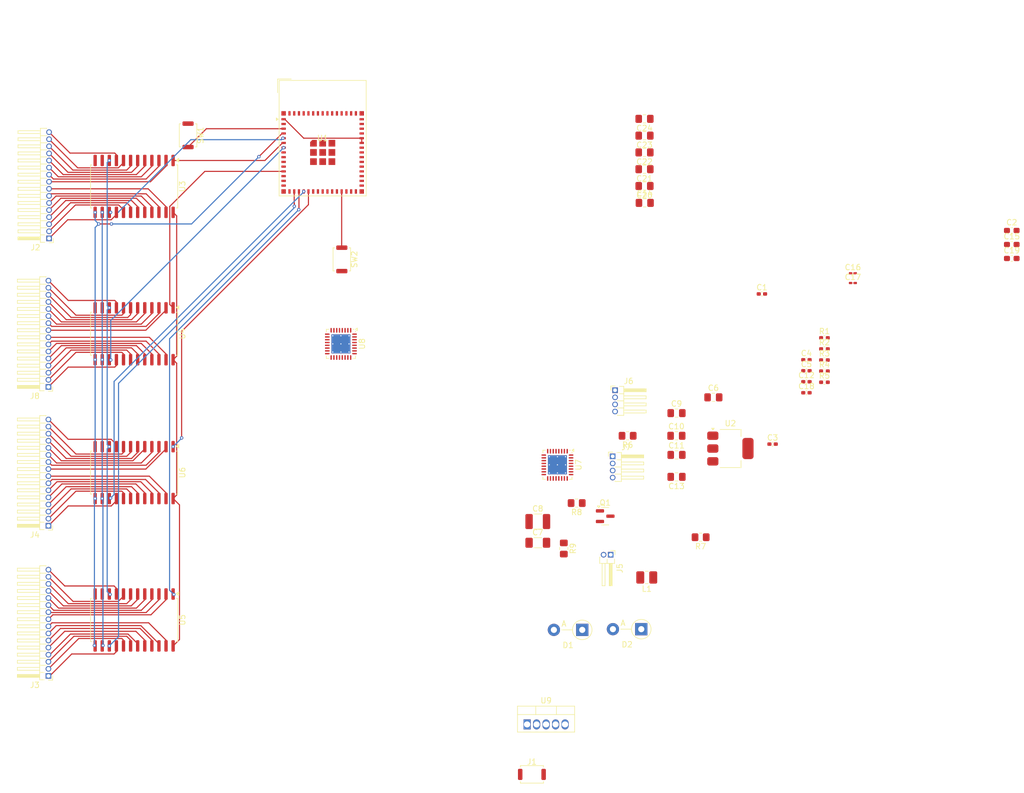
<source format=kicad_pcb>
(kicad_pcb (version 20240108) (generator "pcbnew") (generator_version "8.0")
  (layers (0 "F.Cu" signal) (31 "B.Cu" signal) (34 "B.Paste" user) (35 "F.Paste" user) (36 "B.SilkS" user "B.Silkscreen") (37 "F.SilkS" user "F.Silkscreen") (38 "B.Mask" user) (39 "F.Mask" user) (44 "Edge.Cuts" user))
  (net 0 "")
  (net 1 "Net-(U1-EN)")
  (net 2 "GND")
  (net 3 "+3.3V")
  (net 4 "+5V")
  (net 5 "Net-(U1-GPIO0)")
  (net 6 "VS_1")
  (net 7 "VCP_1")
  (net 8 "5VOUT_1")
  (net 9 "Net-(U7-CPO)")
  (net 10 "Net-(U7-CPI)")
  (net 11 "Net-(U8-CPI)")
  (net 12 "Net-(U8-CPO)")
  (net 13 "VCP_2")
  (net 14 "5VOUT_2")
  (net 15 "Net-(D1-K)")
  (net 16 "Net-(D2-A)")
  (net 17 "Net-(J2-Pin_6)")
  (net 18 "Net-(J2-Pin_3)")
  (net 19 "Net-(J2-Pin_1)")
  (net 20 "Net-(J2-Pin_13)")
  (net 21 "Net-(J2-Pin_12)")
  (net 22 "Net-(J2-Pin_5)")
  (net 23 "Net-(J2-Pin_2)")
  (net 24 "Net-(J2-Pin_16)")
  (net 25 "Net-(J2-Pin_7)")
  (net 26 "Net-(J2-Pin_11)")
  (net 27 "Net-(J2-Pin_9)")
  (net 28 "Net-(J2-Pin_8)")
  (net 29 "Net-(J2-Pin_14)")
  (net 30 "Net-(J2-Pin_15)")
  (net 31 "Net-(J2-Pin_4)")
  (net 32 "Net-(J2-Pin_10)")
  (net 33 "Net-(J3-Pin_13)")
  (net 34 "Net-(J3-Pin_9)")
  (net 35 "Net-(J3-Pin_7)")
  (net 36 "Net-(J3-Pin_6)")
  (net 37 "Net-(J3-Pin_10)")
  (net 38 "Net-(J3-Pin_14)")
  (net 39 "Net-(J3-Pin_8)")
  (net 40 "Net-(J3-Pin_12)")
  (net 41 "Net-(J3-Pin_11)")
  (net 42 "Net-(J3-Pin_15)")
  (net 43 "Net-(J3-Pin_3)")
  (net 44 "Net-(J3-Pin_5)")
  (net 45 "Net-(J3-Pin_16)")
  (net 46 "Net-(J3-Pin_2)")
  (net 47 "Net-(J3-Pin_1)")
  (net 48 "Net-(J3-Pin_4)")
  (net 49 "Net-(J4-Pin_7)")
  (net 50 "Net-(J4-Pin_12)")
  (net 51 "Net-(J4-Pin_6)")
  (net 52 "Net-(J4-Pin_1)")
  (net 53 "Net-(J4-Pin_16)")
  (net 54 "Net-(J4-Pin_10)")
  (net 55 "Net-(J4-Pin_3)")
  (net 56 "Net-(J4-Pin_14)")
  (net 57 "Net-(J4-Pin_2)")
  (net 58 "Net-(J4-Pin_8)")
  (net 59 "Net-(J4-Pin_9)")
  (net 60 "Net-(J4-Pin_15)")
  (net 61 "Net-(J4-Pin_13)")
  (net 62 "Net-(J4-Pin_11)")
  (net 63 "Net-(J4-Pin_5)")
  (net 64 "Net-(J4-Pin_4)")
  (net 65 "Motor2_1")
  (net 66 "Motor1_1")
  (net 67 "Motor3_1")
  (net 68 "Motor4_1")
  (net 69 "Motor2_2")
  (net 70 "Motor1_2")
  (net 71 "Motor3_2")
  (net 72 "Motor4_2")
  (net 73 "Net-(J8-Pin_13)")
  (net 74 "Net-(J8-Pin_2)")
  (net 75 "Net-(J8-Pin_3)")
  (net 76 "Net-(J8-Pin_8)")
  (net 77 "Net-(J8-Pin_6)")
  (net 78 "Net-(J8-Pin_15)")
  (net 79 "Net-(J8-Pin_5)")
  (net 80 "Net-(J8-Pin_10)")
  (net 81 "Net-(J8-Pin_11)")
  (net 82 "Net-(J8-Pin_7)")
  (net 83 "Net-(J8-Pin_9)")
  (net 84 "Net-(J8-Pin_14)")
  (net 85 "Net-(J8-Pin_12)")
  (net 86 "Net-(J8-Pin_16)")
  (net 87 "Net-(J8-Pin_4)")
  (net 88 "Net-(J8-Pin_1)")
  (net 89 "Net-(Q1-G)")
  (net 90 "Net-(J1-CC2)")
  (net 91 "Net-(J1-CC1)")
  (net 92 "MAGCT")
  (net 93 "Net-(U8-BRB)")
  (net 94 "Net-(U8-BRA)")
  (net 95 "Net-(U7-BRB)")
  (net 96 "Net-(U7-BRA)")
  (net 97 "DIR_1")
  (net 98 "COM0")
  (net 100 "UART_1")
  (net 102 "UART_2")
  (net 104 "ENN_1")
  (net 106 "EN3")
  (net 107 "bit3")
  (net 109 "bit2")
  (net 115 "bit1")
  (net 116 "COM3")
  (net 117 "STEP_2")
  (net 118 "EN1")
  (net 120 "bit0")
  (net 122 "COM2")
  (net 123 "DIR_2")
  (net 124 "EN2")
  (net 126 "ENN_2")
  (net 128 "EN0")
  (net 129 "STEP_1")
  (net 130 "COM1")
  (footprint "Capacitor_SMD:C_1206_3216Metric_Pad1.33x1.80mm_HandSolder" (layer "F.Cu") (at 137.347 144.653)
    (property "Reference" "C7")
    (property "Value" "100uF")
  )
  (footprint "Package_SO:SOIC-24W_7.5x15.4mm_P1.27mm" (layer "F.Cu") (at 65.024 107.188 -90)
    (property "Reference" "U4")
    (property "Value" "CD74HC4067M")
  )
  (footprint "Capacitor_SMD:C_0805_2012Metric_Pad1.18x1.45mm_HandSolder" (layer "F.Cu") (at 156.464 68.656 180)
    (property "Reference" "C24")
    (property "Value" "22uF")
  )
  (footprint "Connector_PinHeader_1.27mm:PinHeader_1x04_P1.27mm_Horizontal" (layer "F.Cu") (at 150.7585 129.164)
    (property "Reference" "J7")
    (property "Value" "Conn_01x04_Pin")
  )
  (footprint "Capacitor_SMD:C_0805_2012Metric_Pad1.18x1.45mm_HandSolder" (layer "F.Cu") (at 162.2005 128.905)
    (property "Reference" "C11")
    (property "Value" "22uF")
  )
  (footprint "Capacitor_SMD:C_0402_1005Metric_Pad0.74x0.62mm_HandSolder" (layer "F.Cu") (at 185.476 117.76)
    (property "Reference" "C18")
    (property "Value" "100nF")
  )
  (footprint "Capacitor_SMD:C_0603_1608Metric_Pad1.08x0.95mm_HandSolder" (layer "F.Cu") (at 222.2655 91.177)
    (property "Reference" "C15")
    (property "Value" "2.2uF")
  )
  (footprint "Connector_PinHeader_1.27mm:PinHeader_1x04_P1.27mm_Horizontal" (layer "F.Cu") (at 151.1925 117.315)
    (property "Reference" "J6")
    (property "Value" "Conn_01x04_Pin")
  )
  (footprint "Connector_PinHeader_1.27mm:PinHeader_1x02_P1.27mm_Horizontal" (layer "F.Cu") (at 150.4045 146.8 -90)
    (property "Reference" "J5")
    (property "Value" "Conn_01x02_Pin")
  )
  (footprint "Package_TO_SOT_SMD:SOT-23" (layer "F.Cu") (at 149.422 139.893)
    (property "Reference" "Q1")
    (property "Value" "DMN3404L")
  )
  (footprint "Capacitor_SMD:C_0402_1005Metric_Pad0.74x0.62mm_HandSolder" (layer "F.Cu") (at 179.413 126.971)
    (property "Reference" "C3")
    (property "Value" "100nF")
  )
  (footprint "Capacitor_SMD:C_0805_2012Metric_Pad1.18x1.45mm_HandSolder" (layer "F.Cu") (at 168.8045 118.589)
    (property "Reference" "C6")
    (property "Value" "10uF")
  )
  (footprint "Resistor_SMD:R_0402_1005Metric_Pad0.72x0.64mm_HandSolder" (layer "F.Cu") (at 188.706 113.89)
    (property "Reference" "R4")
    (property "Value" "50")
  )
  (footprint "Package_SO:SOIC-24W_7.5x15.4mm_P1.27mm" (layer "F.Cu") (at 65.024 158.496 -90)
    (property "Reference" "U5")
    (property "Value" "CD74HC4067M")
  )
  (footprint "Package_DFN_QFN:TQFN-32-1EP_5x5mm_P0.5mm_EP3.4x3.4mm_ThermalVias" (layer "F.Cu") (at 140.8645 130.683 -90)
    (property "Reference" "U7")
    (property "Value" "TMC2208-LA")
  )
  (footprint "Resistor_SMD:R_0805_2012Metric_Pad1.20x1.40mm_HandSolder" (layer "F.Cu") (at 153.4375 125.476 180)
    (property "Reference" "R6")
    (property "Value" ".1")
  )
  (footprint "Capacitor_SMD:C_0201_0603Metric_Pad0.64x0.40mm_HandSolder" (layer "F.Cu") (at 193.8005 98.085)
    (property "Reference" "C17")
    (property "Value" "22nF")
  )
  (footprint "Package_TO_SOT_SMD:SOT-223-3_TabPin2" (layer "F.Cu") (at 171.8525 127.762)
    (property "Reference" "U2")
    (property "Value" "LD1117S33TR_SOT223")
  )
  (footprint "Diode_THT:D_DO-41_SOD81_P5.08mm_Vertical_AnodeUp" (layer "F.Cu") (at 155.886683 160.147 180)
    (property "Reference" "D2")
    (property "Value" "1N5819")
  )
  (footprint "Capacitor_SMD:C_0805_2012Metric_Pad1.18x1.45mm_HandSolder" (layer "F.Cu") (at 156.464 74.676 180)
    (property "Reference" "C22")
    (property "Value" "22uF")
  )
  (footprint "Resistor_SMD:R_0402_1005Metric_Pad0.72x0.64mm_HandSolder" (layer "F.Cu") (at 188.706 109.91)
    (property "Reference" "R2")
    (property "Value" "10k")
  )
  (footprint "Resistor_SMD:R_0402_1005Metric_Pad0.72x0.64mm_HandSolder" (layer "F.Cu") (at 188.706 107.92)
    (property "Reference" "R1")
    (property "Value" "5.1 k")
  )
  (footprint "Button_Switch_SMD:SW_Push_SPST_NO_Alps_SKRK" (layer "F.Cu") (at 74.686 71.613 -90)
    (property "Reference" "SW1")
    (property "Value" "Reset")
  )
  (footprint "Connector_PinHeader_1.27mm:PinHeader_1x16_P1.27mm_Horizontal" (layer "F.Cu") (at 49.669 141.605 180)
    (property "Reference" "J4")
    (property "Value" "Conn_01x16_Pin")
  )
  (footprint "Capacitor_SMD:C_0402_1005Metric_Pad0.74x0.62mm_HandSolder" (layer "F.Cu") (at 185.476 113.82)
    (property "Reference" "C5")
    (property "Value" ".1uF")
  )
  (footprint "Package_SO:SOIC-24W_7.5x15.4mm_P1.27mm" (layer "F.Cu") (at 65.024 132.08 -90)
    (property "Reference" "U6")
    (property "Value" "CD74HC4067M")
  )
  (footprint "Resistor_SMD:R_0805_2012Metric_Pad1.20x1.40mm_HandSolder" (layer "F.Cu") (at 144.3095 137.541 180)
    (property "Reference" "R8")
    (property "Value" ".1")
  )
  (footprint "Button_Switch_SMD:SW_Push_SPST_NO_Alps_SKRK" (layer "F.Cu") (at 136.2925 186.182)
    (property "Reference" "J1")
    (property "Value" "USB_C_Receptacle_USB2.0")
  )
  (footprint "Connector_PinHeader_1.27mm:PinHeader_1x16_P1.27mm_Horizontal" (layer "F.Cu") (at 49.669 116.713 180)
    (property "Reference" "J8")
    (property "Value" "Conn_01x16_Pin")
  )
  (footprint "Capacitor_SMD:C_0805_2012Metric_Pad1.18x1.45mm_HandSolder" (layer "F.Cu") (at 162.2005 121.412)
    (property "Reference" "C9")
    (property "Value" "22uF")
  )
  (footprint "Connector_PinHeader_1.27mm:PinHeader_1x16_P1.27mm_Horizontal" (layer "F.Cu") (at 49.784 90.092 180)
    (property "Reference" "J2")
    (property "Value" "Conn_01x16_Pin")
  )
  (footprint "Package_TO_SOT_THT:TO-220-5_Vertical" (layer "F.Cu") (at 135.4325 177.221)
    (property "Reference" "U9")
    (property "Value" "LM2575-5.0BT")
  )
  (footprint "Resistor_SMD:R_0805_2012Metric_Pad1.20x1.40mm_HandSolder" (layer "F.Cu") (at 166.5185 143.666 180)
    (property "Reference" "R7")
    (property "Value" ".1")
  )
  (footprint "Connector_PinHeader_1.27mm:PinHeader_1x16_P1.27mm_Horizontal" (layer "F.Cu") (at 49.669 168.529 180)
    (property "Reference" "J3")
    (property "Value" "Conn_01x16_Pin")
  )
  (footprint "RF_Module:ESP32-S2-MINI-1" (layer "F.Cu") (at 98.806 72.126)
    (property "Reference" "U1")
    (property "Value" "ESP32-S2-SOLO")
  )
  (footprint "Capacitor_SMD:C_0402_1005Metric_Pad0.74x0.62mm_HandSolder" (layer "F.Cu") (at 177.5 100.047)
    (property "Reference" "C1")
    (property "Value" ".1uF")
  )
  (footprint "Capacitor_SMD:C_0402_1005Metric_Pad0.74x0.62mm_HandSolder" (layer "F.Cu") (at 185.476 111.85)
    (property "Reference" "C4")
    (property "Value" ".1uF")
  )
  (footprint "Capacitor_SMD:C_0201_0603Metric_Pad0.64x0.40mm_HandSolder" (layer "F.Cu") (at 193.8005 96.335)
    (property "Reference" "C16")
    (property "Value" "22nF")
  )
  (footprint "Capacitor_SMD:C_0603_1608Metric_Pad1.08x0.95mm_HandSolder" (layer "F.Cu") (at 222.2655 88.667)
    (property "Reference" "C2")
    (property "Value" "1uF")
  )
  (footprint "Capacitor_SMD:C_1210_3225Metric_Pad1.33x2.70mm_HandSolder" (layer "F.Cu") (at 137.347 140.853)
    (property "Reference" "C8")
    (property "Value" "330 uF")
  )
  (footprint "Capacitor_SMD:C_0805_2012Metric_Pad1.18x1.45mm_HandSolder" (layer "F.Cu") (at 156.464 71.666 180)
    (property "Reference" "C23")
    (property "Value" "22uF")
  )
  (footprint "Inductor_SMD:L_1008_2520Metric_Pad1.43x2.20mm_HandSolder" (layer "F.Cu") (at 156.8665 150.876 180)
    (property "Reference" "L1")
    (property "Value" "330uH")
  )
  (footprint "Diode_THT:D_DO-41_SOD81_P5.08mm_Vertical_AnodeUp" (layer "F.Cu") (at 145.3095 160.274 180)
    (property "Reference" "D1")
    (property "Value" "1N5819")
  )
  (footprint "Capacitor_SMD:C_0805_2012Metric_Pad1.18x1.45mm_HandSolder" (layer "F.Cu") (at 156.507 83.722)
    (property "Reference" "C14")
    (property "Value" "22uF")
  )
  (footprint "Capacitor_SMD:C_0805_2012Metric_Pad1.18x1.45mm_HandSolder" (layer "F.Cu") (at 162.179 125.476)
    (property "Reference" "C10")
    (property "Value" "22uF")
  )
  (footprint "Resistor_SMD:R_0402_1005Metric_Pad0.72x0.64mm_HandSolder" (layer "F.Cu") (at 188.706 115.88)
    (property "Reference" "R5")
    (property "Value" "10k")
  )
  (footprint "Capacitor_SMD:C_0805_2012Metric_Pad1.18x1.45mm_HandSolder" (layer "F.Cu") (at 156.464 80.696 180)
    (property "Reference" "C20")
    (property "Value" "22uF")
  )
  (footprint "Package_SO:SOIC-24W_7.5x15.4mm_P1.27mm" (layer "F.Cu") (at 65.024 80.772 -90)
    (property "Reference" "U3")
    (property "Value" "CD74HC4067M")
  )
  (footprint "Resistor_SMD:R_0805_2012Metric_Pad1.20x1.40mm_HandSolder" (layer "F.Cu") (at 142.0075 145.685 -90)
    (property "Reference" "R9")
    (property "Value" ".1")
  )
  (footprint "Package_DFN_QFN:TQFN-32-1EP_5x5mm_P0.5mm_EP3.4x3.4mm_ThermalVias" (layer "F.Cu") (at 102.069 109.005 -90)
    (property "Reference" "U8")
    (property "Value" "TMC2208-LA")
  )
  (footprint "Button_Switch_SMD:SW_Push_SPST_NO_Alps_SKRK" (layer "F.Cu") (at 102.235 93.853 -90)
    (property "Reference" "SW2")
    (property "Value" "Boot")
  )
  (footprint "Capacitor_SMD:C_0603_1608Metric_Pad1.08x0.95mm_HandSolder" (layer "F.Cu") (at 222.2655 93.687)
    (property "Reference" "C19")
    (property "Value" "2.2uF")
  )
  (footprint "Capacitor_SMD:C_0805_2012Metric_Pad1.18x1.45mm_HandSolder" (layer "F.Cu") (at 156.464 77.686 180)
    (property "Reference" "C21")
    (property "Value" "22uF")
  )
  (footprint "Capacitor_SMD:C_0805_2012Metric_Pad1.18x1.45mm_HandSolder" (layer "F.Cu") (at 162.2005 132.842 180)
    (property "Reference" "C13")
    (property "Value" "22uF")
  )
  (footprint "Capacitor_SMD:C_0402_1005Metric_Pad0.74x0.62mm_HandSolder" (layer "F.Cu") (at 185.476 115.79)
    (property "Reference" "C12")
    (property "Value" "100nF")
  )
  (footprint "Resistor_SMD:R_0402_1005Metric_Pad0.72x0.64mm_HandSolder" (layer "F.Cu") (at 188.706 111.9)
    (property "Reference" "R3")
    (property "Value" "5.1 k")
  )
  (segment (start 74.686 73.713) (end 77.973 70.426) (width 0.2) (layer "F.Cu") (net 1))
  (segment (start 77.973 70.426) (end 91.806 70.426) (width 0.2) (layer "F.Cu") (net 1))
  (segment (start 91.806 68.726) (end 92.006 68.726) (width 0.2) (layer "F.Cu") (net 2))
  (segment (start 92.006 68.726) (end 95.406 72.126) (width 0.2) (layer "F.Cu") (net 2))
  (segment (start 105.806 72.976) (end 105.806 72.126) (width 0.2) (layer "F.Cu") (net 2))
  (segment (start 95.406 72.126) (end 105.806 72.126) (width 0.2) (layer "F.Cu") (net 2))
  (segment (start 73.152 137.873) (end 72.009 136.73) (width 0.2) (layer "F.Cu") (net 4))
  (segment (start 72.009 136.73) (end 72.644 136.095) (width 0.2) (layer "F.Cu") (net 4))
  (segment (start 72.644 86.057) (end 72.009 85.422) (width 0.2) (layer "F.Cu") (net 4))
  (segment (start 72.644 112.473) (end 72.009 111.838) (width 0.2) (layer "F.Cu") (net 4))
  (segment (start 72.009 111.838) (end 72.644 111.203) (width 0.2) (layer "F.Cu") (net 4))
  (segment (start 72.644 111.203) (end 72.644 86.057) (width 0.2) (layer "F.Cu") (net 4))
  (segment (start 73.152 162.003) (end 73.152 137.873) (width 0.2) (layer "F.Cu") (net 4))
  (segment (start 72.644 136.095) (end 72.644 112.473) (width 0.2) (layer "F.Cu") (net 4))
  (segment (start 72.009 163.146) (end 73.152 162.003) (width 0.2) (layer "F.Cu") (net 4))
  (segment (start 102.206 91.724) (end 102.235 91.753) (width 0.2) (layer "F.Cu") (net 5))
  (segment (start 102.206 81.676) (end 102.206 91.724) (width 0.2) (layer "F.Cu") (net 5))
  (segment (start 66.298999 82.497) (end 68.199 84.397001) (width 0.2) (layer "F.Cu") (net 17))
  (segment (start 51.029 82.497) (end 66.298999 82.497) (width 0.2) (layer "F.Cu") (net 17))
  (segment (start 49.784 83.742) (end 51.029 82.497) (width 0.2) (layer "F.Cu") (net 17))
  (segment (start 68.199 84.397001) (end 68.199 85.422) (width 0.2) (layer "F.Cu") (net 17))
  (segment (start 49.784 87.552) (end 53.639 83.697) (width 0.2) (layer "F.Cu") (net 18))
  (segment (start 63.688999 83.697) (end 64.389 84.397001) (width 0.2) (layer "F.Cu") (net 18))
  (segment (start 64.389 84.397001) (end 64.389 85.422) (width 0.2) (layer "F.Cu") (net 18))
  (segment (start 53.639 83.697) (end 63.688999 83.697) (width 0.2) (layer "F.Cu") (net 18))
  (segment (start 49.784 90.092) (end 53.129 86.747) (width 0.2) (layer "F.Cu") (net 19))
  (segment (start 60.919552 86.747) (end 61.849 85.817552) (width 0.2) (layer "F.Cu") (net 19))
  (segment (start 53.129 86.747) (end 60.919552 86.747) (width 0.2) (layer "F.Cu") (net 19))
  (segment (start 61.849 85.817552) (end 61.849 85.422) (width 0.2) (layer "F.Cu") (net 19))
  (segment (start 64.558999 78.247) (end 65.659 77.146999) (width 0.2) (layer "F.Cu") (net 20))
  (segment (start 65.659 77.146999) (end 65.659 76.122) (width 0.2) (layer "F.Cu") (net 20))
  (segment (start 49.784 74.852) (end 53.179 78.247) (width 0.2) (layer "F.Cu") (net 20))
  (segment (start 53.179 78.247) (end 64.558999 78.247) (width 0.2) (layer "F.Cu") (net 20))
  (segment (start 49.784 76.122) (end 52.309 78.647) (width 0.2) (layer "F.Cu") (net 21))
  (segment (start 65.428999 78.647) (end 66.929 77.146999) (width 0.2) (layer "F.Cu") (net 21))
  (segment (start 52.309 78.647) (end 65.428999 78.647) (width 0.2) (layer "F.Cu") (net 21))
  (segment (start 66.929 77.146999) (end 66.929 76.122) (width 0.2) (layer "F.Cu") (net 21))
  (segment (start 65.428999 82.897) (end 66.929 84.397001) (width 0.2) (layer "F.Cu") (net 22))
  (segment (start 51.899 82.897) (end 65.428999 82.897) (width 0.2) (layer "F.Cu") (net 22))
  (segment (start 49.784 85.012) (end 51.899 82.897) (width 0.2) (layer "F.Cu") (net 22))
  (segment (start 66.929 84.397001) (end 66.929 85.422) (width 0.2) (layer "F.Cu") (net 22))
  (segment (start 49.784 88.822) (end 54.509 84.097) (width 0.2) (layer "F.Cu") (net 23))
  (segment (start 62.253 84.097) (end 63.119 84.963) (width 0.2) (layer "F.Cu") (net 23))
  (segment (start 54.509 84.097) (end 62.253 84.097) (width 0.2) (layer "F.Cu") (net 23))
  (segment (start 63.119 84.963) (end 63.119 85.422) (width 0.2) (layer "F.Cu") (net 23))
  (segment (start 49.784 71.042) (end 53.539 74.797) (width 0.2) (layer "F.Cu") (net 24))
  (segment (start 61.849 75.097001) (end 61.849 76.122) (width 0.2) (layer "F.Cu") (net 24))
  (segment (start 61.548999 74.797) (end 61.849 75.097001) (width 0.2) (layer "F.Cu") (net 24))
  (segment (start 53.539 74.797) (end 61.548999 74.797) (width 0.2) (layer "F.Cu") (net 24))
  (segment (start 49.784 82.472) (end 50.159 82.097) (width 0.2) (layer "F.Cu") (net 25))
  (segment (start 67.168999 82.097) (end 69.469 84.397001) (width 0.2) (layer "F.Cu") (net 25))
  (segment (start 50.159 82.097) (end 67.168999 82.097) (width 0.2) (layer "F.Cu") (net 25))
  (segment (start 69.469 84.397001) (end 69.469 85.422) (width 0.2) (layer "F.Cu") (net 25))
  (segment (start 51.439 79.047) (end 66.298999 79.047) (width 0.2) (layer "F.Cu") (net 26))
  (segment (start 68.199 77.146999) (end 68.199 76.122) (width 0.2) (layer "F.Cu") (net 26))
  (segment (start 66.298999 79.047) (end 68.199 77.146999) (width 0.2) (layer "F.Cu") (net 26))
  (segment (start 49.784 77.392) (end 51.439 79.047) (width 0.2) (layer "F.Cu") (net 26))
  (segment (start 70.739 77.146999) (end 70.739 76.122) (width 0.2) (layer "F.Cu") (net 27))
  (segment (start 49.784 79.932) (end 67.953999 79.932) (width 0.2) (layer "F.Cu") (net 27))
  (segment (start 67.953999 79.932) (end 70.739 77.146999) (width 0.2) (layer "F.Cu") (net 27))
  (segment (start 67.543999 81.202) (end 70.739 84.397001) (width 0.2) (layer "F.Cu") (net 28))
  (segment (start 70.739 84.397001) (end 70.739 85.422) (width 0.2) (layer "F.Cu") (net 28))
  (segment (start 49.784 81.202) (end 67.543999 81.202) (width 0.2) (layer "F.Cu") (net 28))
  (segment (start 54.049 77.847) (end 63.688999 77.847) (width 0.2) (layer "F.Cu") (net 29))
  (segment (start 64.389 77.146999) (end 64.389 76.122) (width 0.2) (layer "F.Cu") (net 29))
  (segment (start 49.784 73.582) (end 54.049 77.847) (width 0.2) (layer "F.Cu") (net 29))
  (segment (start 63.688999 77.847) (end 64.389 77.146999) (width 0.2) (layer "F.Cu") (net 29))
  (segment (start 54.919 77.447) (end 62.189552 77.447) (width 0.2) (layer "F.Cu") (net 30))
  (segment (start 62.189552 77.447) (end 63.119 76.517552) (width 0.2) (layer "F.Cu") (net 30))
  (segment (start 49.784 72.312) (end 54.919 77.447) (width 0.2) (layer "F.Cu") (net 30))
  (segment (start 63.119 76.517552) (end 63.119 76.122) (width 0.2) (layer "F.Cu") (net 30))
  (segment (start 65.659 84.397001) (end 65.659 85.422) (width 0.2) (layer "F.Cu") (net 31))
  (segment (start 52.769 83.297) (end 64.558999 83.297) (width 0.2) (layer "F.Cu") (net 31))
  (segment (start 49.784 86.282) (end 52.769 83.297) (width 0.2) (layer "F.Cu") (net 31))
  (segment (start 64.558999 83.297) (end 65.659 84.397001) (width 0.2) (layer "F.Cu") (net 31))
  (segment (start 50.569 79.447) (end 67.168999 79.447) (width 0.2) (layer "F.Cu") (net 32))
  (segment (start 67.168999 79.447) (end 69.469 77.146999) (width 0.2) (layer "F.Cu") (net 32))
  (segment (start 49.784 78.662) (end 50.569 79.447) (width 0.2) (layer "F.Cu") (net 32))
  (segment (start 69.469 77.146999) (end 69.469 76.122) (width 0.2) (layer "F.Cu") (net 32))
  (segment (start 65.659 154.813) (end 65.659 153.846) (width 0.2) (layer "F.Cu") (net 33))
  (segment (start 64.501 155.971) (end 65.659 154.813) (width 0.2) (layer "F.Cu") (net 33))
  (segment (start 49.669 153.289) (end 52.351 155.971) (width 0.2) (layer "F.Cu") (net 33))
  (segment (start 52.351 155.971) (end 64.501 155.971) (width 0.2) (layer "F.Cu") (net 33))
  (segment (start 70.739 154.870999) (end 70.739 153.846) (width 0.2) (layer "F.Cu") (net 34))
  (segment (start 50.467 157.571) (end 68.038999 157.571) (width 0.2) (layer "F.Cu") (net 34))
  (segment (start 68.038999 157.571) (end 70.739 154.870999) (width 0.2) (layer "F.Cu") (net 34))
  (segment (start 49.669 158.369) (end 50.467 157.571) (width 0.2) (layer "F.Cu") (net 34))
  (segment (start 49.669 160.909) (end 51.066 159.512) (width 0.2) (layer "F.Cu") (net 35))
  (segment (start 51.066 159.512) (end 66.230552 159.512) (width 0.2) (layer "F.Cu") (net 35))
  (segment (start 66.230552 159.512) (end 69.469 162.750448) (width 0.2) (layer "F.Cu") (net 35))
  (segment (start 69.469 162.750448) (end 69.469 163.146) (width 0.2) (layer "F.Cu") (net 35))
  (segment (start 49.669 162.179) (end 51.828 160.02) (width 0.2) (layer "F.Cu") (net 36))
  (segment (start 66.097999 160.02) (end 68.199 162.121001) (width 0.2) (layer "F.Cu") (net 36))
  (segment (start 51.828 160.02) (end 66.097999 160.02) (width 0.2) (layer "F.Cu") (net 36))
  (segment (start 68.199 162.121001) (end 68.199 163.146) (width 0.2) (layer "F.Cu") (net 36))
  (segment (start 69.469 154.870999) (end 69.469 153.846) (width 0.2) (layer "F.Cu") (net 37))
  (segment (start 67.168999 157.171) (end 69.469 154.870999) (width 0.2) (layer "F.Cu") (net 37))
  (segment (start 49.669 157.099) (end 49.741 157.171) (width 0.2) (layer "F.Cu") (net 37))
  (segment (start 49.741 157.171) (end 67.168999 157.171) (width 0.2) (layer "F.Cu") (net 37))
  (segment (start 63.688999 155.571) (end 53.221 155.571) (width 0.2) (layer "F.Cu") (net 38))
  (segment (start 64.389 154.870999) (end 63.688999 155.571) (width 0.2) (layer "F.Cu") (net 38))
  (segment (start 53.221 155.571) (end 49.669 152.019) (width 0.2) (layer "F.Cu") (net 38))
  (segment (start 64.389 153.846) (end 64.389 154.870999) (width 0.2) (layer "F.Cu") (net 38))
  (segment (start 49.669 159.639) (end 50.304 159.004) (width 0.2) (layer "F.Cu") (net 39))
  (segment (start 67.621999 159.004) (end 70.739 162.121001) (width 0.2) (layer "F.Cu") (net 39))
  (segment (start 70.739 162.121001) (end 70.739 163.146) (width 0.2) (layer "F.Cu") (net 39))
  (segment (start 50.304 159.004) (end 67.621999 159.004) (width 0.2) (layer "F.Cu") (net 39))
  (segment (start 49.669 154.559) (end 51.481 156.371) (width 0.2) (layer "F.Cu") (net 40))
  (segment (start 66.929 154.870999) (end 66.929 153.846) (width 0.2) (layer "F.Cu") (net 40))
  (segment (start 65.428999 156.371) (end 66.929 154.870999) (width 0.2) (layer "F.Cu") (net 40))
  (segment (start 51.481 156.371) (end 65.428999 156.371) (width 0.2) (layer "F.Cu") (net 40))
  (segment (start 49.669 155.829) (end 50.611 156.771) (width 0.2) (layer "F.Cu") (net 41))
  (segment (start 66.298999 156.771) (end 68.199 154.870999) (width 0.2) (layer "F.Cu") (net 41))
  (segment (start 50.611 156.771) (end 66.298999 156.771) (width 0.2) (layer "F.Cu") (net 41))
  (segment (start 68.199 154.870999) (end 68.199 153.846) (width 0.2) (layer "F.Cu") (net 41))
  (segment (start 63.119 154.241552) (end 62.189552 155.171) (width 0.2) (layer "F.Cu") (net 42))
  (segment (start 54.091 155.171) (end 49.669 150.749) (width 0.2) (layer "F.Cu") (net 42))
  (segment (start 63.119 153.846) (end 63.119 154.241552) (width 0.2) (layer "F.Cu") (net 42))
  (segment (start 62.189552 155.171) (end 54.091 155.171) (width 0.2) (layer "F.Cu") (net 42))
  (segment (start 63.688999 161.421) (end 64.389 162.121001) (width 0.2) (layer "F.Cu") (net 43))
  (segment (start 64.389 162.121001) (end 64.389 163.146) (width 0.2) (layer "F.Cu") (net 43))
  (segment (start 54.237 161.421) (end 63.688999 161.421) (width 0.2) (layer "F.Cu") (net 43))
  (segment (start 49.669 165.989) (end 54.237 161.421) (width 0.2) (layer "F.Cu") (net 43))
  (segment (start 66.929 162.121001) (end 66.929 163.146) (width 0.2) (layer "F.Cu") (net 44))
  (segment (start 52.59 160.528) (end 65.335999 160.528) (width 0.2) (layer "F.Cu") (net 44))
  (segment (start 49.669 163.449) (end 52.59 160.528) (width 0.2) (layer "F.Cu") (net 44))
  (segment (start 65.335999 160.528) (end 66.929 162.121001) (width 0.2) (layer "F.Cu") (net 44))
  (segment (start 61.849 153.846) (end 61.849 152.821001) (width 0.2) (layer "F.Cu") (net 45))
  (segment (start 61.849 152.821001) (end 61.427999 152.4) (width 0.2) (layer "F.Cu") (net 45))
  (segment (start 52.59 152.4) (end 49.669 149.479) (width 0.2) (layer "F.Cu") (net 45))
  (segment (start 61.427999 152.4) (end 52.59 152.4) (width 0.2) (layer "F.Cu") (net 45))
  (segment (start 62.818999 161.821) (end 63.119 162.121001) (width 0.2) (layer "F.Cu") (net 46))
  (segment (start 55.107 161.821) (end 62.818999 161.821) (width 0.2) (layer "F.Cu") (net 46))
  (segment (start 63.119 162.121001) (end 63.119 163.146) (width 0.2) (layer "F.Cu") (net 46))
  (segment (start 49.669 167.259) (end 55.107 161.821) (width 0.2) (layer "F.Cu") (net 46))
  (segment (start 61.849 164.170999) (end 61.849 163.146) (width 0.2) (layer "F.Cu") (net 47))
  (segment (start 53.848 164.592) (end 61.427999 164.592) (width 0.2) (layer "F.Cu") (net 47))
  (segment (start 49.911 168.529) (end 53.848 164.592) (width 0.2) (layer "F.Cu") (net 47))
  (segment (start 49.669 168.529) (end 49.911 168.529) (width 0.2) (layer "F.Cu") (net 47))
  (segment (start 61.427999 164.592) (end 61.849 164.170999) (width 0.2) (layer "F.Cu") (net 47))
  (segment (start 49.669 164.719) (end 49.917 164.719) (width 0.2) (layer "F.Cu") (net 48))
  (segment (start 65.659 162.750448) (end 65.659 163.146) (width 0.2) (layer "F.Cu") (net 48))
  (segment (start 53.615 161.021) (end 63.929552 161.021) (width 0.2) (layer "F.Cu") (net 48))
  (segment (start 63.929552 161.021) (end 65.659 162.750448) (width 0.2) (layer "F.Cu") (net 48))
  (segment (start 49.917 164.719) (end 53.615 161.021) (width 0.2) (layer "F.Cu") (net 48))
  (segment (start 50.342 133.312) (end 67.075999 133.312) (width 0.2) (layer "F.Cu") (net 49))
  (segment (start 69.469 135.705001) (end 69.469 136.73) (width 0.2) (layer "F.Cu") (net 49))
  (segment (start 49.669 133.985) (end 50.342 133.312) (width 0.2) (layer "F.Cu") (net 49))
  (segment (start 67.075999 133.312) (end 69.469 135.705001) (width 0.2) (layer "F.Cu") (net 49))
  (segment (start 49.669 127.635) (end 51.989 129.955) (width 0.2) (layer "F.Cu") (net 50))
  (segment (start 64.799552 129.955) (end 66.929 127.825552) (width 0.2) (layer "F.Cu") (net 50))
  (segment (start 51.989 129.955) (end 64.799552 129.955) (width 0.2) (layer "F.Cu") (net 50))
  (segment (start 66.929 127.825552) (end 66.929 127.43) (width 0.2) (layer "F.Cu") (net 50))
  (segment (start 68.199 135.705001) (end 68.199 136.73) (width 0.2) (layer "F.Cu") (net 51))
  (segment (start 49.669 135.255) (end 51.212 133.712) (width 0.2) (layer "F.Cu") (net 51))
  (segment (start 66.205999 133.712) (end 68.199 135.705001) (width 0.2) (layer "F.Cu") (net 51))
  (segment (start 51.212 133.712) (end 66.205999 133.712) (width 0.2) (layer "F.Cu") (net 51))
  (segment (start 53.219 138.055) (end 60.919552 138.055) (width 0.2) (layer "F.Cu") (net 52))
  (segment (start 49.669 141.605) (end 53.219 138.055) (width 0.2) (layer "F.Cu") (net 52))
  (segment (start 60.919552 138.055) (end 61.849 137.125552) (width 0.2) (layer "F.Cu") (net 52))
  (segment (start 61.849 137.125552) (end 61.849 136.73) (width 0.2) (layer "F.Cu") (net 52))
  (segment (start 60.919552 126.105) (end 61.849 127.034448) (width 0.2) (layer "F.Cu") (net 53))
  (segment (start 49.669 122.555) (end 53.219 126.105) (width 0.2) (layer "F.Cu") (net 53))
  (segment (start 53.219 126.105) (end 60.919552 126.105) (width 0.2) (layer "F.Cu") (net 53))
  (segment (start 61.849 127.034448) (end 61.849 127.43) (width 0.2) (layer "F.Cu") (net 53))
  (segment (start 67.168999 130.755) (end 69.469 128.454999) (width 0.2) (layer "F.Cu") (net 54))
  (segment (start 50.249 130.755) (end 67.168999 130.755) (width 0.2) (layer "F.Cu") (net 54))
  (segment (start 69.469 128.454999) (end 69.469 127.43) (width 0.2) (layer "F.Cu") (net 54))
  (segment (start 49.669 130.175) (end 50.249 130.755) (width 0.2) (layer "F.Cu") (net 54))
  (segment (start 64.389 135.705001) (end 64.389 136.73) (width 0.2) (layer "F.Cu") (net 55))
  (segment (start 63.688999 135.005) (end 64.389 135.705001) (width 0.2) (layer "F.Cu") (net 55))
  (segment (start 49.669 139.065) (end 53.729 135.005) (width 0.2) (layer "F.Cu") (net 55))
  (segment (start 53.729 135.005) (end 63.688999 135.005) (width 0.2) (layer "F.Cu") (net 55))
  (segment (start 64.389 128.454999) (end 64.389 127.43) (width 0.2) (layer "F.Cu") (net 56))
  (segment (start 63.688999 129.155) (end 64.389 128.454999) (width 0.2) (layer "F.Cu") (net 56))
  (segment (start 53.729 129.155) (end 63.688999 129.155) (width 0.2) (layer "F.Cu") (net 56))
  (segment (start 49.669 125.095) (end 53.729 129.155) (width 0.2) (layer "F.Cu") (net 56))
  (segment (start 63.119 135.705001) (end 63.119 136.73) (width 0.2) (layer "F.Cu") (net 57))
  (segment (start 49.669 140.335) (end 54.599 135.405) (width 0.2) (layer "F.Cu") (net 57))
  (segment (start 54.599 135.405) (end 62.818999 135.405) (width 0.2) (layer "F.Cu") (net 57))
  (segment (start 62.818999 135.405) (end 63.119 135.705001) (width 0.2) (layer "F.Cu") (net 57))
  (segment (start 70.739 135.705001) (end 70.739 136.73) (width 0.2) (layer "F.Cu") (net 58))
  (segment (start 67.748999 132.715) (end 70.739 135.705001) (width 0.2) (layer "F.Cu") (net 58))
  (segment (start 49.669 132.715) (end 67.748999 132.715) (width 0.2) (layer "F.Cu") (net 58))
  (segment (start 49.669 131.445) (end 67.119552 131.445) (width 0.2) (layer "F.Cu") (net 59))
  (segment (start 67.119552 131.445) (end 70.739 127.825552) (width 0.2) (layer "F.Cu") (net 59))
  (segment (start 70.739 127.825552) (end 70.739 127.43) (width 0.2) (layer "F.Cu") (net 59))
  (segment (start 54.599 128.755) (end 62.818999 128.755) (width 0.2) (layer "F.Cu") (net 60))
  (segment (start 63.119 128.454999) (end 63.119 127.43) (width 0.2) (layer "F.Cu") (net 60))
  (segment (start 62.818999 128.755) (end 63.119 128.454999) (width 0.2) (layer "F.Cu") (net 60))
  (segment (start 49.669 123.825) (end 54.599 128.755) (width 0.2) (layer "F.Cu") (net 60))
  (segment (start 49.669 126.365) (end 52.859 129.555) (width 0.2) (layer "F.Cu") (net 61))
  (segment (start 65.659 128.454999) (end 65.659 127.43) (width 0.2) (layer "F.Cu") (net 61))
  (segment (start 64.558999 129.555) (end 65.659 128.454999) (width 0.2) (layer "F.Cu") (net 61))
  (segment (start 52.859 129.555) (end 64.558999 129.555) (width 0.2) (layer "F.Cu") (net 61))
  (segment (start 68.199 128.454999) (end 68.199 127.43) (width 0.2) (layer "F.Cu") (net 62))
  (segment (start 66.298999 130.355) (end 68.199 128.454999) (width 0.2) (layer "F.Cu") (net 62))
  (segment (start 49.669 128.905) (end 51.119 130.355) (width 0.2) (layer "F.Cu") (net 62))
  (segment (start 51.119 130.355) (end 66.298999 130.355) (width 0.2) (layer "F.Cu") (net 62))
  (segment (start 66.929 135.705001) (end 66.929 136.73) (width 0.2) (layer "F.Cu") (net 63))
  (segment (start 49.669 136.525) (end 52.082 134.112) (width 0.2) (layer "F.Cu") (net 63))
  (segment (start 65.335999 134.112) (end 66.929 135.705001) (width 0.2) (layer "F.Cu") (net 63))
  (segment (start 52.082 134.112) (end 65.335999 134.112) (width 0.2) (layer "F.Cu") (net 63))
  (segment (start 49.669 137.795) (end 52.859 134.605) (width 0.2) (layer "F.Cu") (net 64))
  (segment (start 65.659 135.705001) (end 65.659 136.73) (width 0.2) (layer "F.Cu") (net 64))
  (segment (start 64.558999 134.605) (end 65.659 135.705001) (width 0.2) (layer "F.Cu") (net 64))
  (segment (start 52.859 134.605) (end 64.558999 134.605) (width 0.2) (layer "F.Cu") (net 64))
  (segment (start 64.558999 104.663) (end 65.659 103.562999) (width 0.2) (layer "F.Cu") (net 73))
  (segment (start 52.859 104.663) (end 64.558999 104.663) (width 0.2) (layer "F.Cu") (net 73))
  (segment (start 49.669 101.473) (end 52.859 104.663) (width 0.2) (layer "F.Cu") (net 73))
  (segment (start 65.659 103.562999) (end 65.659 102.538) (width 0.2) (layer "F.Cu") (net 73))
  (segment (start 62.818999 110.513) (end 63.119 110.813001) (width 0.2) (layer "F.Cu") (net 74))
  (segment (start 63.119 110.813001) (end 63.119 111.838) (width 0.2) (layer "F.Cu") (net 74))
  (segment (start 54.599 110.513) (end 62.818999 110.513) (width 0.2) (layer "F.Cu") (net 74))
  (segment (start 49.669 115.443) (end 54.599 110.513) (width 0.2) (layer "F.Cu") (net 74))
  (segment (start 63.688999 110.113) (end 64.389 110.813001) (width 0.2) (layer "F.Cu") (net 75))
  (segment (start 49.669 114.173) (end 53.729 110.113) (width 0.2) (layer "F.Cu") (net 75))
  (segment (start 53.729 110.113) (end 63.688999 110.113) (width 0.2) (layer "F.Cu") (net 75))
  (segment (start 64.389 110.813001) (end 64.389 111.838) (width 0.2) (layer "F.Cu") (net 75))
  (segment (start 49.669 107.823) (end 67.748999 107.823) (width 0.2) (layer "F.Cu") (net 76))
  (segment (start 70.739 110.813001) (end 70.739 111.838) (width 0.2) (layer "F.Cu") (net 76))
  (segment (start 67.748999 107.823) (end 70.739 110.813001) (width 0.2) (layer "F.Cu") (net 76))
  (segment (start 66.298999 108.913) (end 68.199 110.813001) (width 0.2) (layer "F.Cu") (net 77))
  (segment (start 51.119 108.913) (end 66.298999 108.913) (width 0.2) (layer "F.Cu") (net 77))
  (segment (start 68.199 110.813001) (end 68.199 111.838) (width 0.2) (layer "F.Cu") (net 77))
  (segment (start 49.669 110.363) (end 51.119 108.913) (width 0.2) (layer "F.Cu") (net 77))
  (segment (start 54.599 103.863) (end 62.818999 103.863) (width 0.2) (layer "F.Cu") (net 78))
  (segment (start 63.119 103.562999) (end 63.119 102.538) (width 0.2) (layer "F.Cu") (net 78))
  (segment (start 49.669 98.933) (end 54.599 103.863) (width 0.2) (layer "F.Cu") (net 78))
  (segment (start 62.818999 103.863) (end 63.119 103.562999) (width 0.2) (layer "F.Cu") (net 78))
  (segment (start 49.669 111.633) (end 51.989 109.313) (width 0.2) (layer "F.Cu") (net 79))
  (segment (start 51.989 109.313) (end 65.428999 109.313) (width 0.2) (layer "F.Cu") (net 79))
  (segment (start 65.428999 109.313) (end 66.929 110.813001) (width 0.2) (layer "F.Cu") (net 79))
  (segment (start 66.929 110.813001) (end 66.929 111.838) (width 0.2) (layer "F.Cu") (net 79))
  (segment (start 67.168999 105.863) (end 69.469 103.562999) (width 0.2) (layer "F.Cu") (net 80))
  (segment (start 69.469 103.562999) (end 69.469 102.538) (width 0.2) (layer "F.Cu") (net 80))
  (segment (start 50.249 105.863) (end 67.168999 105.863) (width 0.2) (layer "F.Cu") (net 80))
  (segment (start 49.669 105.283) (end 50.249 105.863) (width 0.2) (layer "F.Cu") (net 80))
  (segment (start 49.669 104.013) (end 51.119 105.463) (width 0.2) (layer "F.Cu") (net 81))
  (segment (start 51.119 105.463) (end 66.298999 105.463) (width 0.2) (layer "F.Cu") (net 81))
  (segment (start 68.199 103.562999) (end 68.199 102.538) (width 0.2) (layer "F.Cu") (net 81))
  (segment (start 66.298999 105.463) (end 68.199 103.562999) (width 0.2) (layer "F.Cu") (net 81))
  (segment (start 69.469 110.813001) (end 69.469 111.838) (width 0.2) (layer "F.Cu") (net 82))
  (segment (start 50.249 108.513) (end 67.168999 108.513) (width 0.2) (layer "F.Cu") (net 82))
  (segment (start 49.669 109.093) (end 50.249 108.513) (width 0.2) (layer "F.Cu") (net 82))
  (segment (start 67.168999 108.513) (end 69.469 110.813001) (width 0.2) (layer "F.Cu") (net 82))
  (segment (start 70.739 102.933552) (end 70.739 102.538) (width 0.2) (layer "F.Cu") (net 83))
  (segment (start 67.119552 106.553) (end 70.739 102.933552) (width 0.2) (layer "F.Cu") (net 83))
  (segment (start 49.669 106.553) (end 67.119552 106.553) (width 0.2) (layer "F.Cu") (net 83))
  (segment (start 53.729 104.263) (end 63.885 104.263) (width 0.2) (layer "F.Cu") (net 84))
  (segment (start 49.669 100.203) (end 53.729 104.263) (width 0.2) (layer "F.Cu") (net 84))
  (segment (start 63.885 104.263) (end 64.389 103.759) (width 0.2) (layer "F.Cu") (net 84))
  (segment (start 64.389 103.759) (end 64.389 102.538) (width 0.2) (layer "F.Cu") (net 84))
  (segment (start 65.428999 105.063) (end 66.929 103.562999) (width 0.2) (layer "F.Cu") (net 85))
  (segment (start 49.669 102.743) (end 51.989 105.063) (width 0.2) (layer "F.Cu") (net 85))
  (segment (start 51.989 105.063) (end 65.428999 105.063) (width 0.2) (layer "F.Cu") (net 85))
  (segment (start 66.929 103.562999) (end 66.929 102.538) (width 0.2) (layer "F.Cu") (net 85))
  (segment (start 49.669 97.663) (end 53.219 101.213) (width 0.2) (layer "F.Cu") (net 86))
  (segment (start 53.219 101.213) (end 61.548999 101.213) (width 0.2) (layer "F.Cu") (net 86))
  (segment (start 61.849 101.513001) (end 61.849 102.538) (width 0.2) (layer "F.Cu") (net 86))
  (segment (start 61.548999 101.213) (end 61.849 101.513001) (width 0.2) (layer "F.Cu") (net 86))
  (segment (start 65.659 110.813001) (end 65.659 111.838) (width 0.2) (layer "F.Cu") (net 87))
  (segment (start 52.859 109.713) (end 64.558999 109.713) (width 0.2) (layer "F.Cu") (net 87))
  (segment (start 49.669 112.903) (end 52.859 109.713) (width 0.2) (layer "F.Cu") (net 87))
  (segment (start 64.558999 109.713) (end 65.659 110.813001) (width 0.2) (layer "F.Cu") (net 87))
  (segment (start 61.849 112.862999) (end 61.849 111.838) (width 0.2) (layer "F.Cu") (net 88))
  (segment (start 61.548999 113.163) (end 61.849 112.862999) (width 0.2) (layer "F.Cu") (net 88))
  (segment (start 49.669 116.713) (end 53.219 113.163) (width 0.2) (layer "F.Cu") (net 88))
  (segment (start 53.219 113.163) (end 61.548999 113.163) (width 0.2) (layer "F.Cu") (net 88))
  (segment (start 72.009 76.122) (end 88.46 76.122) (width 0.2) (layer "F.Cu") (net 98))
  (segment (start 91.606 72.976) (end 91.806 72.976) (width 0.2) (layer "F.Cu") (net 98))
  (segment (start 88.46 76.122) (end 91.606 72.976) (width 0.2) (layer "F.Cu") (net 98))
  (segment (start 60.579 136.73) (end 60.72 136.73) (width 0.2) (layer "F.Cu") (net 106))
  (segment (start 60.72 136.73) (end 60.798 136.652) (width 0.2) (layer "F.Cu") (net 106))
  (via (at 60.798 136.652) (size 0.6) (drill 0.3) (layers "F.Cu" "B.Cu") (net 106))
  (via (at 95.406 81.676) (size 0.6) (drill 0.3) (layers "F.Cu" "B.Cu") (net 106))
  (segment (start 61.433 136.017) (end 61.433 115.732) (width 0.2) (layer "B.Cu") (net 106))
  (segment (start 61.433 115.732) (end 95.406 81.759) (width 0.2) (layer "B.Cu") (net 106))
  (segment (start 60.798 136.652) (end 61.433 136.017) (width 0.2) (layer "B.Cu") (net 106))
  (segment (start 95.406 81.759) (end 95.406 81.676) (width 0.2) (layer "B.Cu") (net 106))
  (segment (start 57.99 163.146) (end 57.912 163.068) (width 0.2) (layer "F.Cu") (net 107))
  (segment (start 58.039 163.146) (end 57.99 163.146) (width 0.2) (layer "F.Cu") (net 107))
  (segment (start 91.538 71.276) (end 87.376 75.438) (width 0.2) (layer "F.Cu") (net 107))
  (segment (start 60.96 87.503) (end 58.674 87.503) (width 0.2) (layer "F.Cu") (net 107))
  (segment (start 91.806 71.276) (end 91.806 71.238002) (width 0.2) (layer "F.Cu") (net 107))
  (segment (start 91.806 71.276) (end 91.538 71.276) (width 0.2) (layer "F.Cu") (net 107))
  (via (at 58.674 87.503) (size 0.6) (drill 0.3) (layers "F.Cu" "B.Cu") (net 107))
  (via (at 87.376 75.438) (size 0.6) (drill 0.3) (layers "F.Cu" "B.Cu") (net 107))
  (via (at 58.039 136.73) (size 0.6) (drill 0.3) (layers "F.Cu" "B.Cu") (net 107))
  (via (at 58.039 136.73) (size 0.6) (drill 0.3) (layers "F.Cu" "B.Cu") (net 107))
  (via (at 57.912 163.068) (size 0.6) (drill 0.3) (layers "F.Cu" "B.Cu") (net 107))
  (via (at 60.96 87.503) (size 0.6) (drill 0.3) (layers "F.Cu" "B.Cu") (net 107))
  (via (at 58.039 111.838) (size 0.6) (drill 0.3) (layers "F.Cu" "B.Cu") (net 107))
  (via (at 58.039 85.422) (size 0.6) (drill 0.3) (layers "F.Cu" "B.Cu") (net 107))
  (segment (start 58.039 86.868) (end 58.674 87.503) (width 0.2) (layer "B.Cu") (net 107))
  (segment (start 57.912 163.068) (end 57.912 136.857) (width 0.2) (layer "B.Cu") (net 107))
  (segment (start 87.376 75.438) (end 75.311 87.503) (width 0.2) (layer "B.Cu") (net 107))
  (segment (start 58.039 136.73) (end 58.039 111.838) (width 0.2) (layer "B.Cu") (net 107))
  (segment (start 58.039 86.868) (end 58.039 85.422) (width 0.2) (layer "B.Cu") (net 107))
  (segment (start 58.039 111.838) (end 58.039 88.138) (width 0.2) (layer "B.Cu") (net 107))
  (segment (start 58.039 88.138) (end 58.674 87.503) (width 0.2) (layer "B.Cu") (net 107))
  (segment (start 75.311 87.503) (end 60.96 87.503) (width 0.2) (layer "B.Cu") (net 107))
  (segment (start 57.912 136.857) (end 58.039 136.73) (width 0.2) (layer "B.Cu") (net 107))
  (segment (start 59.358 163.146) (end 59.436 163.068) (width 0.2) (layer "F.Cu") (net 109))
  (segment (start 59.309 163.146) (end 59.358 163.146) (width 0.2) (layer "F.Cu") (net 109))
  (via (at 59.309 136.73) (size 0.6) (drill 0.3) (layers "F.Cu" "B.Cu") (net 109))
  (via (at 59.436 163.068) (size 0.6) (drill 0.3) (layers "F.Cu" "B.Cu") (net 109))
  (via (at 59.309 111.838) (size 0.6) (drill 0.3) (layers "F.Cu" "B.Cu") (net 109))
  (via (at 59.309 85.422) (size 0.6) (drill 0.3) (layers "F.Cu" "B.Cu") (net 109))
  (segment (start 59.309 111.838) (end 59.309 85.422) (width 0.2) (layer "B.Cu") (net 109))
  (segment (start 59.436 163.068) (end 59.436 136.857) (width 0.2) (layer "B.Cu") (net 109))
  (segment (start 59.436 136.857) (end 59.309 136.73) (width 0.2) (layer "B.Cu") (net 109))
  (segment (start 59.309 136.73) (end 59.309 111.838) (width 0.2) (layer "B.Cu") (net 109))
  (segment (start 73.533 106.766529) (end 96.256 84.043529) (width 0.2) (layer "F.Cu") (net 116))
  (segment (start 96.256 84.043529) (end 96.256 81.676) (width 0.2) (layer "F.Cu") (net 116))
  (segment (start 73.533 125.857) (end 73.533 106.766529) (width 0.2) (layer "F.Cu") (net 116))
  (via (at 72.009 127.43) (size 0.6) (drill 0.3) (layers "F.Cu" "B.Cu") (net 116))
  (via (at 73.533 125.857) (size 0.6) (drill 0.3) (layers "F.Cu" "B.Cu") (net 116))
  (segment (start 73.533 125.857) (end 73.533 125.906) (width 0.2) (layer "B.Cu") (net 116))
  (segment (start 73.533 125.906) (end 72.009 127.43) (width 0.2) (layer "B.Cu") (net 116))
  (segment (start 60.784 111.838) (end 60.833 111.887) (width 0.2) (layer "F.Cu") (net 118))
  (segment (start 60.579 111.838) (end 60.784 111.838) (width 0.2) (layer "F.Cu") (net 118))
  (via (at 60.833 111.887) (size 0.6) (drill 0.3) (layers "F.Cu" "B.Cu") (net 118))
  (via (at 91.806 73.826) (size 0.6) (drill 0.3) (layers "F.Cu" "B.Cu") (net 118))
  (segment (start 60.833 111.887) (end 60.833 104.799) (width 0.2) (layer "B.Cu") (net 118))
  (segment (start 60.833 104.799) (end 91.806 73.826) (width 0.2) (layer "B.Cu") (net 118))
  (segment (start 60.628 153.846) (end 60.706 153.924) (width 0.2) (layer "F.Cu") (net 120))
  (segment (start 60.579 153.846) (end 60.628 153.846) (width 0.2) (layer "F.Cu") (net 120))
  (via (at 60.579 127.43) (size 0.6) (drill 0.3) (layers "F.Cu" "B.Cu") (net 120))
  (via (at 60.579 76.122) (size 0.6) (drill 0.3) (layers "F.Cu" "B.Cu") (net 120))
  (via (at 60.706 153.924) (size 0.6) (drill 0.3) (layers "F.Cu" "B.Cu") (net 120))
  (via (at 60.579 102.538) (size 0.6) (drill 0.3) (layers "F.Cu" "B.Cu") (net 120))
  (segment (start 60.579 102.538) (end 60.198 102.157) (width 0.2) (layer "B.Cu") (net 120))
  (segment (start 60.198 153.416) (end 60.198 127.811) (width 0.2) (layer "B.Cu") (net 120))
  (segment (start 60.198 102.157) (end 60.198 76.503) (width 0.2) (layer "B.Cu") (net 120))
  (segment (start 60.579 127.43) (end 60.198 127.049) (width 0.2) (layer "B.Cu") (net 120))
  (segment (start 60.706 153.924) (end 60.198 153.416) (width 0.2) (layer "B.Cu") (net 120))
  (segment (start 60.198 127.049) (end 60.198 102.919) (width 0.2) (layer "B.Cu") (net 120))
  (segment (start 60.198 102.919) (end 60.579 102.538) (width 0.2) (layer "B.Cu") (net 120))
  (segment (start 60.198 76.503) (end 60.579 76.122) (width 0.2) (layer "B.Cu") (net 120))
  (segment (start 60.198 127.811) (end 60.579 127.43) (width 0.2) (layer "B.Cu") (net 120))
  (segment (start 72.009 153.846) (end 72.058 153.846) (width 0.2) (layer "F.Cu") (net 122))
  (segment (start 94.556 84.895) (end 94.556 81.676) (width 0.2) (layer "F.Cu") (net 122))
  (segment (start 72.058 153.846) (end 72.136 153.924) (width 0.2) (layer "F.Cu") (net 122))
  (segment (start 94.515118 84.935882) (end 94.556 84.895) (width 0.2) (layer "F.Cu") (net 122))
  (via (at 94.515118 84.935882) (size 0.6) (drill 0.3) (layers "F.Cu" "B.Cu") (net 122))
  (via (at 72.136 153.924) (size 0.6) (drill 0.3) (layers "F.Cu" "B.Cu") (net 122))
  (segment (start 94.515118 84.935882) (end 71.374 108.077) (width 0.2) (layer "B.Cu") (net 122))
  (segment (start 71.374 153.162) (end 72.136 153.924) (width 0.2) (layer "B.Cu") (net 122))
  (segment (start 71.374 108.077) (end 71.374 153.162) (width 0.2) (layer "B.Cu") (net 122))
  (segment (start 93.706 83.8) (end 93.706 81.676) (width 0.2) (layer "F.Cu") (net 124))
  (segment (start 93.726 83.82) (end 93.706 83.8) (width 0.2) (layer "F.Cu") (net 124))
  (segment (start 93.726 84.328) (end 93.726 83.82) (width 0.2) (layer "F.Cu") (net 124))
  (segment (start 60.53 163.146) (end 60.452 163.068) (width 0.2) (layer "F.Cu") (net 124))
  (segment (start 60.579 163.146) (end 60.53 163.146) (width 0.2) (layer "F.Cu") (net 124))
  (via (at 93.726 84.328) (size 0.6) (drill 0.3) (layers "F.Cu" "B.Cu") (net 124))
  (via (at 60.579 163.146) (size 0.6) (drill 0.3) (layers "F.Cu" "B.Cu") (net 124))
  (segment (start 62.23 116.078) (end 93.726 84.582) (width 0.2) (layer "B.Cu") (net 124))
  (segment (start 62.23 161.495) (end 62.23 116.078) (width 0.2) (layer "B.Cu") (net 124))
  (segment (start 93.726 84.582) (end 93.726 84.328) (width 0.2) (layer "B.Cu") (net 124))
  (segment (start 60.579 163.146) (end 62.23 161.495) (width 0.2) (layer "B.Cu") (net 124))
  (segment (start 91.806 72.126) (end 91.704 72.126) (width 0.2) (layer "F.Cu") (net 128))
  (segment (start 60.798 85.422) (end 60.579 85.422) (width 0.2) (layer "F.Cu") (net 128))
  (segment (start 91.704 72.126) (end 91.694 72.136) (width 0.2) (layer "F.Cu") (net 128))
  (via (at 60.798 85.422) (size 0.6) (drill 0.3) (layers "F.Cu" "B.Cu") (net 128))
  (via (at 91.694 72.136) (size 0.6) (drill 0.3) (layers "F.Cu" "B.Cu") (net 128))
  (segment (start 75.184 72.39) (end 91.44 72.39) (width 0.2) (layer "B.Cu") (net 128))
  (segment (start 60.798 85.422) (end 60.598 85.422) (width 0.2) (layer "B.Cu") (net 128))
  (segment (start 60.598 85.422) (end 60.598 85.344) (width 0.2) (layer "B.Cu") (net 128))
  (segment (start 91.44 72.39) (end 91.694 72.136) (width 0.2) (layer "B.Cu") (net 128))
  (segment (start 62.23 85.422) (end 62.23 85.344) (width 0.2) (layer "B.Cu") (net 128))
  (segment (start 62.23 85.344) (end 75.184 72.39) (width 0.2) (layer "B.Cu") (net 128))
  (segment (start 91.806 78.076) (end 77.689448 78.076) (width 0.2) (layer "F.Cu") (net 130))
  (segment (start 77.689448 78.076) (end 71.409 84.356448) (width 0.2) (layer "F.Cu") (net 130))
  (segment (start 71.409 101.938) (end 72.009 102.538) (width 0.2) (layer "F.Cu") (net 130))
  (segment (start 71.409 84.356448) (end 71.409 101.938) (width 0.2) (layer "F.Cu") (net 130))
)
</source>
